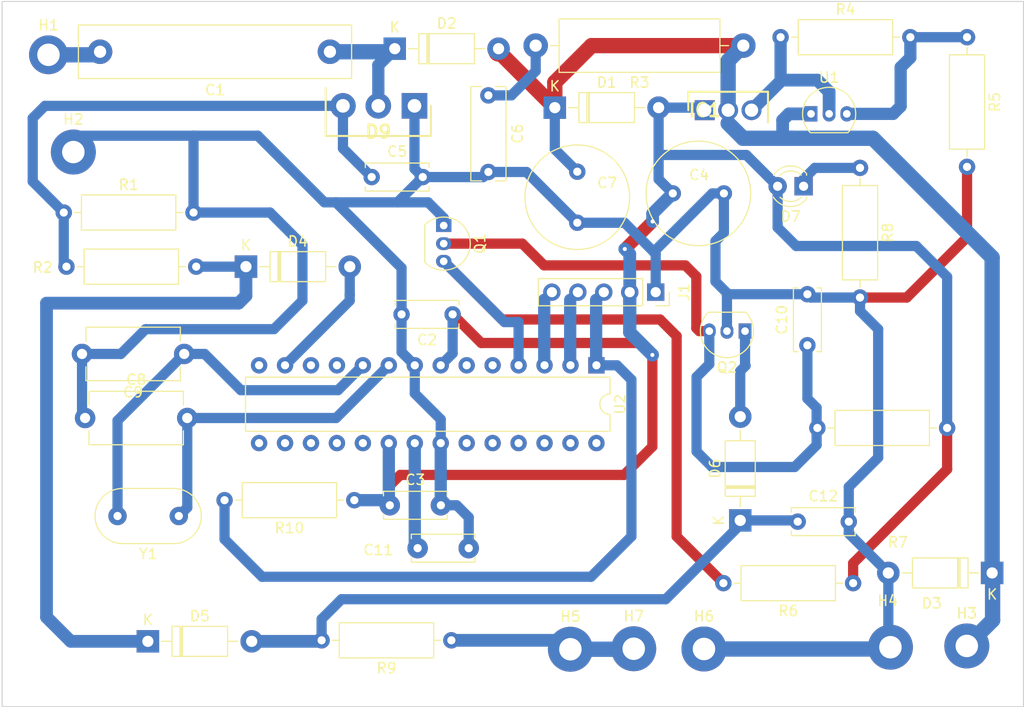
<source format=kicad_pcb>
(kicad_pcb (version 20211014) (generator pcbnew)
  (layers (0 "F.Cu" signal) (31 "B.Cu" signal) (34 "B.Paste" user) (35 "F.Paste" user) (36 "B.SilkS" user "B.Silkscreen") (37 "F.SilkS" user "F.Silkscreen") (38 "B.Mask" user) (39 "F.Mask" user) (44 "Edge.Cuts" user))
  (net 0 "")
  (net 1 "Net-(C1-Pad2)")
  (net 2 "+5 Volt")
  (net 3 "GND")
  (net 4 "Net-(C5-Pad1)")
  (net 5 "Net-(C6-Pad1)")
  (net 6 "Souce_coil")
  (net 7 "Net-(C8-Pad2)")
  (net 8 "Net-(C9-Pad1)")
  (net 9 "Net-(C10-Pad1)")
  (net 10 "Net-(C11-Pad1)")
  (net 11 "Net-(C12-Pad1)")
  (net 12 "SCR_gate")
  (net 13 "Net-(D4-Pad2)")
  (net 14 "Net-(D6-Pad2)")
  (net 15 "Net-(D7-Pad1)")
  (net 16 "Pickup_circuit")
  (net 17 "Net-(J1-Pad3)")
  (net 18 "Net-(R4-Pad2)")
  (net 19 "Net-(IC1-Pad3)")
  (net 20 "/RX")
  (net 21 "/TX")
  (net 38 "Net-(H5-Pad1)")
  (footprint "Package_DIP:DIP-28_W7.62mm" (layer "F.Cu") (at 134.675 88.1625 -90)
    (fp_text reference "U2" (at 3.81 -2.33 90) (layer "F.SilkS"))
    (fp_text value "ATmega328P-P")
    (pad "1" thru_hole rect (at 0 0 270) (size 1.6 1.6) (drill 0.8) (layers *.Cu *.Mask) (net 17 "Net-(J1-Pad3)"))
    (pad "2" thru_hole oval (at 0 2.54 270) (size 1.6 1.6) (drill 0.8) (layers *.Cu *.Mask) (net 20 "/RX"))
    (pad "3" thru_hole oval (at 0 5.08 270) (size 1.6 1.6) (drill 0.8) (layers *.Cu *.Mask) (net 21 "/TX"))
    (pad "4" thru_hole oval (at 0 7.62 270) (size 1.6 1.6) (drill 0.8) (layers *.Cu *.Mask) (net 16 "Pickup_circuit"))
    (pad "5" thru_hole oval (at 0 10.16 270) (size 1.6 1.6) (drill 0.8) (layers *.Cu *.Mask))
    (pad "6" thru_hole oval (at 0 12.7 270) (size 1.6 1.6) (drill 0.8) (layers *.Cu *.Mask))
    (pad "7" thru_hole oval (at 0 15.24 270) (size 1.6 1.6) (drill 0.8) (layers *.Cu *.Mask) (net 2 "+5 Volt"))
    (pad "8" thru_hole oval (at 0 17.78 270) (size 1.6 1.6) (drill 0.8) (layers *.Cu *.Mask) (net 3 "GND"))
    (pad "9" thru_hole oval (at 0 20.32 270) (size 1.6 1.6) (drill 0.8) (layers *.Cu *.Mask) (net 7 "Net-(C8-Pad2)"))
    (pad "10" thru_hole oval (at 0 22.86 270) (size 1.6 1.6) (drill 0.8) (layers *.Cu *.Mask) (net 8 "Net-(C9-Pad1)"))
    (pad "11" thru_hole oval (at 0 25.4 270) (size 1.6 1.6) (drill 0.8) (layers *.Cu *.Mask))
    (pad "12" thru_hole oval (at 0 27.94 270) (size 1.6 1.6) (drill 0.8) (layers *.Cu *.Mask))
    (pad "13" thru_hole oval (at 0 30.48 270) (size 1.6 1.6) (drill 0.8) (layers *.Cu *.Mask) (net 13 "Net-(D4-Pad2)"))
    (pad "14" thru_hole oval (at 0 33.02 270) (size 1.6 1.6) (drill 0.8) (layers *.Cu *.Mask))
    (pad "15" thru_hole oval (at 7.62 33.02 270) (size 1.6 1.6) (drill 0.8) (layers *.Cu *.Mask))
    (pad "16" thru_hole oval (at 7.62 30.48 270) (size 1.6 1.6) (drill 0.8) (layers *.Cu *.Mask))
    (pad "17" thru_hole oval (at 7.62 27.94 270) (size 1.6 1.6) (drill 0.8) (layers *.Cu *.Mask))
    (pad "18" thru_hole oval (at 7.62 25.4 270) (size 1.6 1.6) (drill 0.8) (layers *.Cu *.Mask))
    (pad "19" thru_hole oval (at 7.62 22.86 270) (size 1.6 1.6) (drill 0.8) (layers *.Cu *.Mask))
    (pad "20" thru_hole oval (at 7.62 20.32 270) (size 1.6 1.6) (drill 0.8) (layers *.Cu *.Mask) (net 2 "+5 Volt"))
    (pad "21" thru_hole oval (at 7.62 17.78 270) (size 1.6 1.6) (drill 0.8) (layers *.Cu *.Mask) (net 10 "Net-(C11-Pad1)"))
    (pad "22" thru_hole oval (at 7.62 15.24 270) (size 1.6 1.6) (drill 0.8) (layers *.Cu *.Mask) (net 3 "GND"))
    (pad "23" thru_hole oval (at 7.62 12.7 270) (size 1.6 1.6) (drill 0.8) (layers *.Cu *.Mask))
    (pad "24" thru_hole oval (at 7.62 10.16 270) (size 1.6 1.6) (drill 0.8) (layers *.Cu *.Mask))
    (pad "25" thru_hole oval (at 7.62 7.62 270) (size 1.6 1.6) (drill 0.8) (layers *.Cu *.Mask))
    (pad "26" thru_hole oval (at 7.62 5.08 270) (size 1.6 1.6) (drill 0.8) (layers *.Cu *.Mask))
    (pad "27" thru_hole oval (at 7.62 2.54 270) (size 1.6 1.6) (drill 0.8) (layers *.Cu *.Mask))
    (pad "28" thru_hole oval (at 7.62 0 270) (size 1.6 1.6) (drill 0.8) (layers *.Cu *.Mask))
  )
  (footprint "Resistor_THT:R_Axial_DIN0309_L9.0mm_D3.2mm_P12.70mm_Horizontal" (layer "F.Cu") (at 152.7 56.025)
    (fp_text reference "R4" (at 6.35 -2.72) (layer "F.SilkS"))
    (fp_text value "4k3 1 %")
    (pad "1" thru_hole circle (at 0 0) (size 1.6 1.6) (drill 0.8) (layers *.Cu *.Mask) (net 19 "Net-(IC1-Pad3)"))
    (pad "2" thru_hole oval (at 12.7 0) (size 1.6 1.6) (drill 0.8) (layers *.Cu *.Mask) (net 18 "Net-(R4-Pad2)"))
  )
  (footprint "Resistor_THT:R_Axial_DIN0309_L9.0mm_D3.2mm_P12.70mm_Horizontal" (layer "F.Cu") (at 110.975 101.375 180)
    (fp_text reference "R10" (at 6.35 -2.72) (layer "F.SilkS"))
    (fp_text value "10K")
    (pad "1" thru_hole circle (at 0 0 180) (size 1.6 1.6) (drill 0.8) (layers *.Cu *.Mask) (net 2 "+5 Volt"))
    (pad "2" thru_hole oval (at 12.7 0 180) (size 1.6 1.6) (drill 0.8) (layers *.Cu *.Mask) (net 17 "Net-(J1-Pad3)"))
  )
  (footprint "Diode_THT:D_DO-41_SOD81_P10.16mm_Horizontal" (layer "F.Cu") (at 148.75 103.355 90)
    (fp_text reference "D6" (at 5.08 -2.47 90) (layer "F.SilkS"))
    (fp_text value "IN4004")
    (fp_text user "K" (at 0 -2.1 90) (layer "F.SilkS"))
    (pad "1" thru_hole rect (at 0 0 90) (size 2.2 2.2) (drill 1.1) (layers *.Cu *.Mask) (net 11 "Net-(C12-Pad1)"))
    (pad "2" thru_hole oval (at 10.16 0 90) (size 2.2 2.2) (drill 1.1) (layers *.Cu *.Mask) (net 14 "Net-(D6-Pad2)"))
  )
  (footprint "Capacitor_THT:C_Disc_D6.0mm_W2.5mm_P5.00mm" (layer "F.Cu") (at 117.175 106.075)
    (fp_text reference "C11" (at -3.85 0.175) (layer "F.SilkS"))
    (fp_text value "0.1uF")
    (pad "1" thru_hole circle (at 0 0) (size 2 2) (drill 0.8) (layers *.Cu *.Mask) (net 10 "Net-(C11-Pad1)"))
    (pad "2" thru_hole circle (at 5 0) (size 2 2) (drill 0.8) (layers *.Cu *.Mask) (net 3 "GND"))
  )
  (footprint "Resistor_THT:R_Axial_DIN0516_L15.5mm_D5.0mm_P20.32mm_Horizontal" (layer "F.Cu") (at 149.05 56.85 180)
    (fp_text reference "R3" (at 10.16 -3.62 180) (layer "F.SilkS"))
    (fp_text value "27 1 watt")
    (pad "1" thru_hole circle (at 0 0 180) (size 2.4 2.4) (drill 1.2) (layers *.Cu *.Mask) (net 6 "Souce_coil"))
    (pad "2" thru_hole oval (at 20.32 0 180) (size 2.4 2.4) (drill 1.2) (layers *.Cu *.Mask) (net 5 "Net-(C6-Pad1)"))
  )
  (footprint "Capacitor_THT:C_Disc_D9.0mm_W5.0mm_P10.00mm" (layer "F.Cu") (at 84.625 93.325)
    (fp_text reference "C8" (at 5 -3.75) (layer "F.SilkS"))
    (fp_text value "22pF")
    (pad "1" thru_hole circle (at 0 0) (size 2 2) (drill 1) (layers *.Cu *.Mask) (net 3 "GND"))
    (pad "2" thru_hole circle (at 10 0) (size 2 2) (drill 1) (layers *.Cu *.Mask) (net 7 "Net-(C8-Pad2)"))
  )
  (footprint "Package_TO_SOT_THT:TO-92_Inline" (layer "F.Cu") (at 156.18 63.535)
    (fp_text reference "U1" (at 1.27 -3.56) (layer "F.SilkS"))
    (fp_text value "LR8N3-G")
    (pad "1" thru_hole rect (at -0.5 0) (size 1.25 1.5) (drill 0.75) (layers *.Cu *.Mask) (net 6 "Souce_coil"))
    (pad "2" thru_hole oval (at 1.27 0) (size 1.25 1.5) (drill 0.75) (layers *.Cu *.Mask) (net 19 "Net-(IC1-Pad3)"))
    (pad "3" thru_hole oval (at 3 0) (size 1.25 1.5) (drill 0.75) (layers *.Cu *.Mask) (net 18 "Net-(R4-Pad2)"))
  )
  (footprint "MountingHole:MountingHole_2.2mm_M2_Pad_TopBottom" (layer "F.Cu") (at 138.325 115.925)
    (fp_text reference "H7" (at 0 -3.2) (layer "F.SilkS"))
    (fp_text value "Kill Switch")
    (pad "1" connect circle (at 0 0) (size 4.4 4.4) (layers "B.Cu" "B.Mask") (net 38 "Net-(H5-Pad1)"))
    (pad "1" connect circle (at 0 0) (size 4.4 4.4) (layers "F.Cu" "F.Mask") (net 38 "Net-(H5-Pad1)"))
    (pad "1" thru_hole circle (at 0 0) (size 2.6 2.6) (drill 2.2) (layers *.Cu *.Mask) (net 38 "Net-(H5-Pad1)"))
  )
  (footprint "MountingHole:MountingHole_2.2mm_M2_Pad_TopBottom" (layer "F.Cu") (at 163.45 115.775)
    (fp_text reference "H4" (at -0.275 -4.55) (layer "F.SilkS"))
    (fp_text value "Source Coil -")
    (pad "1" connect circle (at 0 0) (size 4.4 4.4) (layers "B.Cu" "B.Mask") (net 3 "GND"))
    (pad "1" connect circle (at 0 0) (size 4.4 4.4) (layers "F.Cu" "F.Mask") (net 3 "GND"))
    (pad "1" thru_hole circle (at 0 0) (size 2.6 2.6) (drill 2.2) (layers *.Cu *.Mask) (net 3 "GND"))
  )
  (footprint "Capacitor_THT:C_Radial_D10.0mm_H12.5mm_P5.00mm" (layer "F.Cu") (at 132.8 69.2 -90)
    (fp_text reference "C7" (at 1.1 -2.925 180) (layer "F.SilkS"))
    (fp_text value "2.2uF 450v")
    (pad "1" thru_hole circle (at 0 0 270) (size 1.6 1.6) (drill 0.8) (layers *.Cu *.Mask) (net 6 "Souce_coil"))
    (pad "2" thru_hole circle (at 5 0 270) (size 1.6 1.6) (drill 0.8) (layers *.Cu *.Mask) (net 3 "GND"))
  )
  (footprint "MountingHole:MountingHole_2.2mm_M2_Pad_TopBottom" (layer "F.Cu") (at 132.125 115.975)
    (fp_text reference "H5" (at 0 -3.2) (layer "F.SilkS"))
    (fp_text value "Pickup Coil +")
    (pad "1" connect circle (at 0 0) (size 4.4 4.4) (layers "B.Cu" "B.Mask") (net 38 "Net-(H5-Pad1)"))
    (pad "1" thru_hole circle (at 0 0) (size 2.6 2.6) (drill 2.2) (layers *.Cu *.Mask) (net 38 "Net-(H5-Pad1)"))
    (pad "1" connect circle (at 0 0) (size 4.4 4.4) (layers "F.Cu" "F.Mask") (net 38 "Net-(H5-Pad1)"))
  )
  (footprint "Package_TO_SOT_THT:TO-92_Inline" (layer "F.Cu") (at 119.725 74.975 -90)
    (fp_text reference "Q1" (at 1.27 -3.56 90) (layer "F.SilkS"))
    (fp_text value "2N2222")
    (pad "1" thru_hole rect (at -0.5 0 270) (size 1.25 1.5) (drill 0.75) (layers *.Cu *.Mask) (net 3 "GND"))
    (pad "2" thru_hole oval (at 1.27 0 270) (size 1.25 1.5) (drill 0.75) (layers *.Cu *.Mask) (net 9 "Net-(C10-Pad1)"))
    (pad "3" thru_hole oval (at 3 0 270) (size 1.25 1.5) (drill 0.75) (layers *.Cu *.Mask) (net 16 "Pickup_circuit"))
  )
  (footprint "MountingHole:MountingHole_2.2mm_M2_Pad_TopBottom" (layer "F.Cu") (at 170.925 115.65)
    (fp_text reference "H3" (at 0 -3.2) (layer "F.SilkS"))
    (fp_text value "Source Coil +")
    (pad "1" thru_hole circle (at 0 0) (size 2.6 2.6) (drill 2.2) (layers *.Cu *.Mask) (net 6 "Souce_coil"))
    (pad "1" connect circle (at 0 0) (size 4.4 4.4) (layers "F.Cu" "F.Mask") (net 6 "Souce_coil"))
    (pad "1" connect circle (at 0 0) (size 4.4 4.4) (layers "B.Cu" "B.Mask") (net 6 "Souce_coil"))
  )
  (footprint "Diode_THT:D_DO-41_SOD81_P10.16mm_Horizontal" (layer "F.Cu") (at 100.37 78.5)
    (fp_text reference "D4" (at 5.08 -2.47) (layer "F.SilkS"))
    (fp_text value "IN4004")
    (fp_text user "K" (at 0 -2.1) (layer "F.SilkS"))
    (pad "1" thru_hole rect (at 0 0) (size 2.2 2.2) (drill 1.1) (layers *.Cu *.Mask) (net 12 "SCR_gate"))
    (pad "2" thru_hole oval (at 10.16 0) (size 2.2 2.2) (drill 1.1) (layers *.Cu *.Mask) (net 13 "Net-(D4-Pad2)"))
  )
  (footprint "Resistor_THT:R_Axial_DIN0309_L9.0mm_D3.2mm_P12.70mm_Horizontal" (layer "F.Cu") (at 82.8 78.5)
    (fp_text reference "R2" (at -2.325 0.075) (layer "F.SilkS"))
    (fp_text value "120")
    (pad "1" thru_hole circle (at 0 0) (size 1.6 1.6) (drill 0.8) (layers *.Cu *.Mask) (net 4 "Net-(C5-Pad1)"))
    (pad "2" thru_hole oval (at 12.7 0) (size 1.6 1.6) (drill 0.8) (layers *.Cu *.Mask) (net 12 "SCR_gate"))
  )
  (footprint "MountingHole:MountingHole_2.2mm_M2_ISO14580_Pad_TopBottom" (layer "F.Cu") (at 81.04 57.75)
    (fp_text reference "H1" (at 0 -2.9) (layer "F.SilkS"))
    (fp_text value "Coil + _Pad")
    (pad "1" thru_hole circle (at 0 0) (size 2.6 2.6) (drill 2.2) (layers *.Cu *.Mask) (net 1 "Net-(C1-Pad2)"))
    (pad "1" connect circle (at 0 0) (size 3.8 3.8) (layers "B.Cu" "B.Mask") (net 1 "Net-(C1-Pad2)"))
    (pad "1" connect circle (at 0 0) (size 3.8 3.8) (layers "F.Cu" "F.Mask") (net 1 "Net-(C1-Pad2)"))
  )
  (footprint "Capacitor_THT:C_Disc_D6.0mm_W2.5mm_P5.00mm" (layer "F.Cu") (at 114.45 101.875)
    (fp_text reference "C3" (at 2.5 -2.5) (layer "F.SilkS"))
    (fp_text value "100n")
    (pad "1" thru_hole circle (at 0 0) (size 2 2) (drill 0.8) (layers *.Cu *.Mask) (net 2 "+5 Volt"))
    (pad "2" thru_hole circle (at 5 0) (size 2 2) (drill 0.8) (layers *.Cu *.Mask) (net 3 "GND"))
  )
  (footprint "Capacitor_THT:C_Rect_L26.5mm_W5.0mm_P22.50mm_MKS4" (layer "F.Cu") (at 108.59 57.45 180)
    (fp_text reference "C1" (at 11.25 -3.75) (layer "F.SilkS"))
    (fp_text value "1.5u/400v")
    (pad "1" thru_hole circle (at 0 0 180) (size 2.4 2.4) (drill 1.2) (layers *.Cu *.Mask) (net 6 "Souce_coil"))
    (pad "2" thru_hole circle (at 22.5 0 180) (size 2.4 2.4) (drill 1.2) (layers *.Cu *.Mask) (net 1 "Net-(C1-Pad2)"))
  )
  (footprint "Capacitor_THT:C_Radial_D10.0mm_H16.0mm_P5.00mm" (layer "F.Cu") (at 142.15 71.325)
    (fp_text reference "C4" (at 2.575 -1.8) (layer "F.SilkS"))
    (fp_text value "470uF 16v")
    (pad "1" thru_hole circle (at 0 0) (size 1.6 1.6) (drill 0.8) (layers *.Cu *.Mask) (net 2 "+5 Volt"))
    (pad "2" thru_hole circle (at 5 0) (size 1.6 1.6) (drill 0.8) (layers *.Cu *.Mask) (net 3 "GND"))
  )
  (footprint "Capacitor_THT:C_Disc_D9.0mm_W5.0mm_P10.00mm" (layer "F.Cu") (at 94.325 87.05 180)
    (fp_text reference "C9" (at 5 -3.75 180) (layer "F.SilkS"))
    (fp_text value "22pF")
    (pad "1" thru_hole circle (at 0 0 180) (size 2 2) (drill 1) (layers *.Cu *.Mask) (net 8 "Net-(C9-Pad1)"))
    (pad "2" thru_hole circle (at 10 0 180) (size 2 2) (drill 1) (layers *.Cu *.Mask) (net 3 "GND"))
  )
  (footprint "Resistor_THT:R_Axial_DIN0309_L9.0mm_D3.2mm_P12.70mm_Horizontal" (layer "F.Cu") (at 169 94.3 180)
    (fp_text reference "R7" (at 4.825 -11.19) (layer "F.SilkS"))
    (fp_text value "10k")
    (pad "1" thru_hole circle (at 0 0 180) (size 1.6 1.6) (drill 0.8) (layers *.Cu *.Mask) (net 2 "+5 Volt"))
    (pad "2" thru_hole oval (at 12.7 0 180) (size 1.6 1.6) (drill 0.8) (layers *.Cu *.Mask) (net 9 "Net-(C10-Pad1)"))
  )
  (footprint "Resistor_THT:R_Axial_DIN0309_L9.0mm_D3.2mm_P12.70mm_Horizontal" (layer "F.Cu") (at 82.5375 73.2)
    (fp_text reference "R1" (at 6.35 -2.72) (layer "F.SilkS"))
    (fp_text value "1k")
    (pad "1" thru_hole circle (at 0 0) (size 1.6 1.6) (drill 0.8) (layers *.Cu *.Mask) (net 4 "Net-(C5-Pad1)"))
    (pad "2" thru_hole oval (at 12.7 0) (size 1.6 1.6) (drill 0.8) (layers *.Cu *.Mask) (net 3 "GND"))
  )
  (footprint "Resistor_THT:R_Axial_DIN0309_L9.0mm_D3.2mm_P12.70mm_Horizontal" (layer "F.Cu") (at 159.8 109.5 180)
    (fp_text reference "R6" (at 6.35 -2.72) (layer "F.SilkS"))
    (fp_text value "10k")
    (pad "1" thru_hole circle (at 0 0 180) (size 1.6 1.6) (drill 0.8) (layers *.Cu *.Mask) (net 2 "+5 Volt"))
    (pad "2" thru_hole oval (at 12.7 0 180) (size 1.6 1.6) (drill 0.8) (layers *.Cu *.Mask) (net 16 "Pickup_circuit"))
  )
  (footprint "Resistor_THT:R_Axial_DIN0309_L9.0mm_D3.2mm_P12.70mm_Horizontal" (layer "F.Cu") (at 160.475 68.825 -90)
    (fp_text reference "R8" (at 6.35 -2.72 90) (layer "F.SilkS"))
    (fp_text value "330")
    (pad "1" thru_hole circle (at 0 0 270) (size 1.6 1.6) (drill 0.8) (layers *.Cu *.Mask) (net 15 "Net-(D7-Pad1)"))
    (pad "2" thru_hole oval (at 12.7 0 270) (size 1.6 1.6) (drill 0.8) (layers *.Cu *.Mask) (net 3 "GND"))
  )
  (footprint "Package_TO_SOT_THT:TO-92_Inline" (layer "F.Cu") (at 148.72 84.815 180)
    (fp_text reference "Q2" (at 1.27 -3.56) (layer "F.SilkS"))
    (fp_text value "2N2222")
    (pad "1" thru_hole rect (at -0.5 0 180) (size 1.25 1.5) (drill 0.75) (layers *.Cu *.Mask) (net 14 "Net-(D6-Pad2)"))
    (pad "2" thru_hole oval (at 1.27 0 180) (size 1.25 1.5) (drill 0.75) (layers *.Cu *.Mask) (net 3 "GND"))
    (pad "3" thru_hole oval (at 3 0 180) (size 1.25 1.5) (drill 0.75) (layers *.Cu *.Mask) (net 9 "Net-(C10-Pad1)"))
  )
  (footprint "Diode_THT:D_DO-41_SOD81_P10.16mm_Horizontal" (layer "F.Cu") (at 90.77 115.2)
    (fp_text reference "D5" (at 5.08 -2.47) (layer "F.SilkS"))
    (fp_text value "IN4004")
    (fp_text user "K" (at 0 -2.1) (layer "F.SilkS"))
    (pad "1" thru_hole rect (at 0 0) (size 2.2 2.2) (drill 1.1) (layers *.Cu *.Mask) (net 12 "SCR_gate"))
    (pad "2" thru_hole oval (at 10.16 0) (size 2.2 2.2) (drill 1.1) (layers *.Cu *.Mask) (net 11 "Net-(C12-Pad1)"))
  )
  (footprint "Capacitor_THT:C_Rect_L9.0mm_W3.2mm_P7.50mm_MKT" (layer "F.Cu") (at 124.1 61.725 -90)
    (fp_text reference "C6" (at 3.75 -2.85 90) (layer "F.SilkS"))
    (fp_text value "33n/200v")
    (pad "1" thru_hole circle (at 0 0 270) (size 1.6 1.6) (drill 0.8) (layers *.Cu *.Mask) (net 5 "Net-(C6-Pad1)"))
    (pad "2" thru_hole circle (at 7.5 0 270) (size 1.6 1.6) (drill 0.8) (layers *.Cu *.Mask) (net 3 "GND"))
  )
  (footprint "Capacitor_THT:C_Disc_D6.0mm_W2.5mm_P5.00mm" (layer "F.Cu") (at 112.675 69.725)
    (fp_text reference "C5" (at 2.5 -2.5) (layer "F.SilkS"))
    (fp_text value "100n")
    (pad "1" thru_hole circle (at 0 0) (size 1.6 1.6) (drill 0.8) (layers *.Cu *.Mask) (net 4 "Net-(C5-Pad1)"))
    (pad "2" thru_hole circle (at 5 0) (size 1.6 1.6) (drill 0.8) (layers *.Cu *.Mask) (net 3 "GND"))
  )
  (footprint "ME340G:TO229P300X760X1364-3P" (layer "F.Cu") (at 145.275 63.175)
    (fp_text reference "IC1" (at 0 0) (layer "F.SilkS") (effects (font (size 1.27 1.27) (thickness 0.254))))
    (fp_text value "MJE340G" hide)
    (pad "1" thru_hole rect locked (at 0 0) (size 1.95 1.95) (drill 1.3) (layers *.Cu *.Mask) (net 2 "+5 Volt"))
    (pad "2" thru_hole circle locked (at 2.29 0) (size 1.95 1.95) (drill 1.3) (layers *.Cu *.Mask) (net 6 "Souce_coil"))
    (pad "3" thru_hole circle locked (at 4.58 0) (size 1.95 1.95) (drill 1.3) (layers *.Cu *.Mask) (net 19 "Net-(IC1-Pad3)"))
  )
  (footprint "Capacitor_THT:C_Disc_D6.0mm_W2.5mm_P5.00mm" (layer "F.Cu") (at 154.375 103.475)
    (fp_text reference "C12" (at 2.5 -2.5) (layer "F.SilkS"))
    (fp_text value "100n")
    (pad "1" thru_hole circle (at 0 0) (size 1.6 1.6) (drill 0.8) (layers *.Cu *.Mask) (net 11 "Net-(C12-Pad1)"))
    (pad "2" thru_hole circle (at 5 0) (size 1.6 1.6) (drill 0.8) (layers *.Cu *.Mask) (net 3 "GND"))
  )
  (footprint "Diode_THT:D_DO-41_SOD81_P10.16mm_Horizontal" (layer "F.Cu") (at 130.6 62.925)
    (fp_text reference "D1" (at 5.08 -2.47) (layer "F.SilkS"))
    (fp_text value "IN4004")
    (fp_text user "K" (at 0 -2.1) (layer "F.SilkS"))
    (pad "1" thru_hole rect (at 0 0) (size 2.2 2.2) (drill 1.1) (layers *.Cu *.Mask) (net 6 "Souce_coil"))
    (pad "2" thru_hole oval (at 10.16 0) (size 2.2 2.2) (drill 1.1) (layers *.Cu *.Mask) (net 2 "+5 Volt"))
  )
  (footprint "MountingHole:MountingHole_2.2mm_M2_Pad_TopBottom" (layer "F.Cu") (at 145.2 115.95)
    (fp_text reference "H6" (at 0 -3.2) (layer "F.SilkS"))
    (fp_text value "Pickup Coil -")
    (pad "1" connect circle (at 0 0) (size 4.4 4.4) (layers "F.Cu" "F.Mask") (net 3 "GND"))
    (pad "1" connect circle (at 0 0) (size 4.4 4.4) (layers "B.Cu" "B.Mask") (net 3 "GND"))
    (pad "1" thru_hole circle (at 0 0) (size 2.6 2.6) (drill 2.2) (layers *.Cu *.Mask) (net 3 "GND"))
  )
  (footprint "LED_THT:LED_D3.0mm" (layer "F.Cu") (at 154.95 70.625 180)
    (fp_text reference "D7" (at 1.27 -2.96) (layer "F.SilkS"))
    (fp_text value "LED")
    (pad "1" thru_hole rect (at 0 0 180) (size 1.8 1.8) (drill 0.9) (layers *.Cu *.Mask) (net 15 "Net-(D7-Pad1)"))
    (pad "2" thru_hole circle (at 2.54 0 180) (size 1.8 1.8) (drill 0.9) (layers *.Cu *.Mask) (net 2 "+5 Volt"))
  )
  (footprint "MountingHole:MountingHole_2.2mm_M2_Pad_TopBottom" (layer "F.Cu") (at 83.475 67.275)
    (fp_text reference "H2" (at 0 -3.2) (layer "F.SilkS"))
    (fp_text value "Coil Ground")
    (pad "1" connect circle (at 0 0) (size 4.4 4.4) (layers "F.Cu" "F.Mask") (net 3 "GND"))
    (pad "1" connect circle (at 0 0) (size 4.4 4.4) (layers "B.Cu" "B.Mask") (net 3 "GND"))
    (pad "1" thru_hole circle (at 0 0) (size 2.6 2.6) (drill 2.2) (layers *.Cu *.Mask) (net 3 "GND"))
  )
  (footprint "KiCad:TO254P470X1000X2000-3P" (layer "F.Cu") (at 115.865 62.75 180)
    (fp_text reference "D9" (at 2.54 -2.54 180) (layer "F.SilkS") (effects (font (size 1.27 1.27) (thickness 0.254))))
    (fp_text value "BT151-800R,127" hide)
    (pad "1" thru_hole rect (at -1 0 180) (size 2.5 2.5) (drill 1.34) (layers *.Cu *.Mask) (net 3 "GND"))
    (pad "2" thru_hole circle (at 2.54 0 180) (size 2.5 2.5) (drill 1.34) (layers *.Cu *.Mask) (net 6 "Souce_coil"))
    (pad "3" thru_hole circle (at 6 0 180) (size 2.5 2.5) (drill 1.34) (layers *.Cu *.Mask) (net 4 "Net-(C5-Pad1)"))
  )
  (footprint "Crystal:Resonator-2Pin_W10.0mm_H5.0mm" (layer "F.Cu") (at 93.3 102.925 180)
    (fp_text reference "Y1" (at 2.5 -3.7) (layer "F.SilkS"))
    (fp_text value "HC49S-16-30-50-70-30-ATF")
    (pad "1" thru_hole circle (at -0.5 0 180) (size 1.8 1.8) (drill 0.8) (layers *.Cu *.Mask) (net 7 "Net-(C8-Pad2)"))
    (pad "2" thru_hole circle (at 5.5 0 180) (size 1.8 1.8) (drill 0.8) (layers *.Cu *.Mask) (net 8 "Net-(C9-Pad1)"))
  )
  (footprint "Resistor_THT:R_Axial_DIN0309_L9.0mm_D3.2mm_P12.70mm_Horizontal" (layer "F.Cu") (at 120.475 115.1 180)
    (fp_text reference "R9" (at 6.35 -2.72) (layer "F.SilkS"))
    (fp_text value "560 2 watt")
    (pad "1" thru_hole circle (at 0 0 180) (size 1.6 1.6) (drill 0.8) (layers *.Cu *.Mask) (net 38 "Net-(H5-Pad1)"))
    (pad "2" thru_hole oval (at 12.7 0 180) (size 1.6 1.6) (drill 0.8) (layers *.Cu *.Mask) (net 11 "Net-(C12-Pad1)"))
  )
  (footprint "Connector_PinSocket_2.54mm:PinSocket_1x05_P2.54mm_Vertical" (layer "F.Cu") (at 140.475 81 -90)
    (fp_text reference "J1" (at 0 -2.77 90) (layer "F.SilkS"))
    (fp_text value "Conn_01x05_Female")
    (pad "1" thru_hole rect (at 0 0 270) (size 1.7 1.7) (drill 1) (layers *.Cu *.Mask) (net 3 "GND"))
    (pad "2" thru_hole oval (at 0 2.54 270) (size 1.7 1.7) (drill 1) (layers *.Cu *.Mask) (net 2 "+5 Volt"))
    (pad "3" thru_hole oval (at 0 5.08 270) (size 1.7 1.7) (drill 1) (layers *.Cu *.Mask) (net 17 "Net-(J1-Pad3)"))
    (pad "4" thru_hole oval (at 0 7.62 270) (size 1.7 1.7) (drill 1) (layers *.Cu *.Mask) (net 20 "/RX"))
    (pad "5" thru_hole oval (at 0 10.16 270) (size 1.7 1.7) (drill 1) (layers *.Cu *.Mask) (net 21 "/TX"))
  )
  (footprint "Capacitor_THT:C_Disc_D6.0mm_W2.5mm_P5.00mm" (layer "F.Cu") (at 155.325 86.2 90)
    (fp_text reference "C10" (at 2.5 -2.5 90) (layer "F.SilkS"))
    (fp_text value "10n")
    (pad "1" thru_hole circle (at 0 0 90) (size 1.6 1.6) (drill 0.8) (layers *.Cu *.Mask) (net 9 "Net-(C10-Pad1)"))
    (pad "2" thru_hole circle (at 5 0 90) (size 1.6 1.6) (drill 0.8) (layers *.Cu *.Mask) (net 3 "GND"))
  )
  (footprint "Diode_THT:D_DO-41_SOD81_P10.16mm_Horizontal" (layer "F.Cu") (at 114.935 57.15)
    (fp_text reference "D2" (at 5.08 -2.47) (layer "F.SilkS"))
    (fp_text value "1N4004")
    (fp_text user "K" (at 0 -2.1) (layer "F.SilkS"))
    (pad "1" thru_hole rect (at 0 0) (size 2.2 2.2) (drill 1.1) (layers *.Cu *.Mask) (net 6 "Souce_coil"))
    (pad "2" thru_hole oval (at 10.16 0) (size 2.2 2.2) (drill 1.1) (layers *.Cu *.Mask) (net 6 "Souce_coil"))
  )
  (footprint "Resistor_THT:R_Axial_DIN0309_L9.0mm_D3.2mm_P12.70mm_Horizontal" (layer "F.Cu") (at 170.95 56.025 -90)
    (fp_text reference "R5" (at 6.35 -2.72 90) (layer "F.SilkS"))
    (fp_text value "15k 1 %")
    (pad "1" thru_hole circle (at 0 0 270) (size 1.6 1.6) (drill 0.8) (layers *.Cu *.Mask) (net 18 "Net-(R4-Pad2)"))
    (pad "2" thru_hole oval (at 12.7 0 270) (size 1.6 1.6) (drill 0.8) (layers *.Cu *.Mask) (net 3 "GND"))
  )
  (footprint "Capacitor_THT:C_Disc_D6.0mm_W2.5mm_P5.00mm" (layer "F.Cu") (at 120.6 83.175 180)
    (fp_text reference "C2" (at 2.5 -2.5) (layer "F.SilkS"))
    (fp_text value "100n")
    (pad "1" thru_hole circle (at 0 0 180) (size 1.6 1.6) (drill 0.8) (layers *.Cu *.Mask) (net 2 "+5 Volt"))
    (pad "2" thru_hole circle (at 5 0 180) (size 1.6 1.6) (drill 0.8) (layers *.Cu *.Mask) (net 3 "GND"))
  )
  (footprint "Diode_THT:D_DO-41_SOD81_P10.16mm_Horizontal" (layer "F.Cu") (at 173.405 108.5 180)
    (fp_text reference "D3" (at 5.905 -2.975) (layer "F.SilkS"))
    (fp_text value "1N4004")
    (fp_text user "K" (at 0 -2.1) (layer "F.SilkS"))
    (pad "1" thru_hole rect (at 0 0 180) (size 2.2 2.2) (drill 1.1) (layers *.Cu *.Mask) (net 6 "Souce_coil"))
    (pad "2" thru_hole oval (at 10.16 0 180) (size 2.2 2.2) (drill 1.1) (layers *.Cu *.Mask) (net 3 "GND"))
  )
  (gr_rect (start 76.5 52.525) (end 176.475 121.6) (layer "Edge.Cuts") (width 0.1) (fill none))
  (segment (start 85.79 57.75) (end 86.09 57.45) (width 1) (layer "B.Cu") (net 1))
  (segment (start 81.04 57.75) (end 85.79 57.75) (width 1.5) (layer "B.Cu") (net 1))
  (segment (start 115.475 98.9) (end 114.45 99.925) (width 1) (layer "F.Cu") (net 2))
  (segment (start 137.475 76.775) (end 140.175 74.075) (width 1.25) (layer "F.Cu") (net 2))
  (segment (start 159.8 107.55) (end 169 98.35) (width 1) (layer "F.Cu") (net 2))
  (segment (start 123.4 85.975) (end 120.6 83.175) (width 1) (layer "F.Cu") (net 2))
  (segment (start 137.375 98.9) (end 115.475 98.9) (width 1) (layer "F.Cu") (net 2))
  (segment (start 140.15 96.125) (end 137.375 98.9) (width 1) (layer "F.Cu") (net 2))
  (segment (start 159.8 109.5) (end 159.8 107.55) (width 1) (layer "F.Cu") (net 2))
  (segment (start 140.15 87.15) (end 138.975 85.975) (width 1) (layer "F.Cu") (net 2))
  (segment (start 114.45 99.925) (end 114.45 101.875) (width 1) (layer "F.Cu") (net 2))
  (segment (start 169 98.35) (end 169 94.3) (width 1) (layer "F.Cu") (net 2))
  (segment (start 140.15 87.15) (end 140.15 96.125) (width 1) (layer "F.Cu") (net 2))
  (segment (start 138.975 85.975) (end 123.4 85.975) (width 1) (layer "F.Cu") (net 2))
  (via (at 137.45 76.775) (size 1.2) (drill 0.4) (layers "F.Cu" "B.Cu") (net 2))
  (via (at 140.15 87.15) (size 1.2) (drill 0.4) (layers "F.Cu" "B.Cu") (net 2))
  (via (at 140.175 74.075) (size 1.2) (drill 0.4) (layers "F.Cu" "B.Cu") (net 2))
  (segment (start 140.76 67.56) (end 149.345 67.56) (width 1) (layer "B.Cu") (net 2))
  (segment (start 145.025 62.925) (end 145.275 63.175) (width 1) (layer "B.Cu") (net 2))
  (segment (start 114.355 101.78) (end 114.45 101.875) (width 1) (layer "B.Cu") (net 2))
  (segment (start 137.935 77.26) (end 137.45 76.775) (width 1.25) (layer "B.Cu") (net 2))
  (segment (start 113.95 101.375) (end 114.45 101.875) (width 1) (layer "B.Cu") (net 2))
  (segment (start 169 79.5) (end 169 94.3) (width 1) (layer "B.Cu") (net 2))
  (segment (start 140.175 73.3) (end 142.15 71.325) (width 1.25) (layer "B.Cu") (net 2))
  (segment (start 152.41 74.66) (end 154.225 76.475) (width 1) (layer "B.Cu") (net 2))
  (segment (start 140.175 74.075) (end 140.175 73.3) (width 1.25) (layer "B.Cu") (net 2))
  (segment (start 120.6 83.175) (end 120.6 86.9975) (width 1) (layer "B.Cu") (net 2))
  (segment (start 154.225 76.475) (end 165.975 76.475) (width 1) (layer "B.Cu") (net 2))
  (segment (start 110.975 101.375) (end 113.95 101.375) (width 1.2) (layer "B.Cu") (net 2))
  (segment (start 140.76 67.56) (end 140.76 69.935) (width 1) (layer "B.Cu") (net 2))
  (segment (start 140.76 69.935) (end 142.15 71.325) (width 1) (layer "B.Cu") (net 2))
  (segment (start 140.76 62.925) (end 140.76 67.56) (width 1) (layer "B.Cu") (net 2))
  (segment (start 137.935 81) (end 137.935 84.935) (width 1.3) (layer "B.Cu") (net 2))
  (segment (start 140.76 62.925) (end 145.025 62.925) (width 1) (layer "B.Cu") (net 2))
  (segment (start 120.6 86.9975) (end 119.435 88.1625) (width 1) (layer "B.Cu") (net 2))
  (segment (start 137.935 84.935) (end 140.15 87.15) (width 1.3) (layer "B.Cu") (net 2))
  (segment (start 137.935 81) (end 137.935 77.26) (width 1.25) (layer "B.Cu") (net 2))
  (segment (start 114.355 95.7825) (end 114.355 101.78) (width 1.2) (layer "B.Cu") (net 2))
  (segment (start 149.345 67.56) (end 152.41 70.625) (width 1) (layer "B.Cu") (net 2))
  (segment (start 152.41 70.625) (end 152.41 74.66) (width 1) (layer "B.Cu") (net 2))
  (segment (start 165.975 76.475) (end 169 79.5) (width 1) (layer "B.Cu") (net 2))
  (segment (start 160.475 81.525) (end 165.05 81.525) (width 1) (layer "F.Cu") (net 3))
  (segment (start 170.95 75.625) (end 170.95 68.725) (width 1) (layer "F.Cu") (net 3))
  (segment (start 165.05 81.525) (end 170.95 75.625) (width 1) (layer "F.Cu") (net 3))
  (segment (start 159.375 103.475) (end 159.375 100.075) (width 1) (layer "B.Cu") (net 3))
  (segment (start 119.435 93.46) (end 119.435 95.7825) (width 1) (layer "B.Cu") (net 3))
  (segment (start 145.2 115.95) (end 163.275 115.95) (width 1.5) (layer "B.Cu") (net 3))
  (segment (start 147.575 81.2) (end 155.325 81.2) (width 1) (layer "B.Cu") (net 3))
  (segment (start 103.1 84.625) (end 105.9 81.825) (width 1) (layer "B.Cu") (net 3))
  (segment (start 160.475 81.525) (end 155.65 81.525) (width 1) (layer "B.Cu") (net 3))
  (segment (start 140.2875 77.05613) (end 140.475 77.24363) (width 1) (layer "B.Cu") (net 3))
  (segment (start 88.125 87.05) (end 90.55 84.625) (width 1) (layer "B.Cu") (net 3))
  (segment (start 132.8 74.2) (end 137.43137 74.2) (width 1) (layer "B.Cu") (net 3))
  (segment (start 95.25 65.675) (end 101.525 65.675) (width 1) (layer "B.Cu") (net 3))
  (segment (start 115.6 86.8675) (end 116.895 88.1625) (width 1) (layer "B.Cu") (net 3))
  (segment (start 105.9 76.375) (end 102.725 73.2) (width 1) (layer "B.Cu") (net 3))
  (segment (start 160.475 82.85) (end 160.475 81.525) (width 1) (layer "B.Cu") (net 3))
  (segment (start 146.325 79.95) (end 147.55 81.175) (width 1) (layer "B.Cu") (net 3))
  (segment (start 122.175 103.05) (end 122.175 106.075) (width 1) (layer "B.Cu") (net 3))
  (segment (start 163.275 115.95) (end 163.45 115.775) (width 1) (layer "B.Cu") (net 3))
  (segment (start 84.325 93.025) (end 84.625 93.325) (width 1) (layer "B.Cu") (net 3))
  (segment (start 102.725 73.2) (end 95.2375 73.2) (width 1) (layer "B.Cu") (net 3))
  (segment (start 116.895 90.92) (end 119.435 93.46) (width 1) (layer "B.Cu") (net 3))
  (segment (start 159.375 104.63) (end 163.245 108.5) (width 1) (layer "B.Cu") (net 3))
  (segment (start 84.325 87.05) (end 88.125 87.05) (width 1) (layer "B.Cu") (net 3))
  (segment (start 108.05 72.2) (end 109.175 72.2) (width 1) (layer "B.Cu") (net 3))
  (segment (start 115.6 78.625) (end 109.175 72.2) (width 1) (layer "B.Cu") (net 3))
  (segment (start 90.55 84.625) (end 103.1 84.625) (width 1) (layer "B.Cu") (net 3))
  (segment (start 95.2375 65.6875) (end 95.25 65.675) (width 1) (layer "B.Cu") (net 3))
  (segment (start 84.325 87.05) (end 84.325 93.025) (width 1) (layer "B.Cu") (net 3))
  (segment (start 105.9 81.825) (end 105.9 76.375) (width 1) (layer "B.Cu") (net 3))
  (segment (start 95.2375 73.2) (end 95.2375 65.6875) (width 1) (layer "B.Cu") (net 3))
  (segment (start 115.6 83.175) (end 115.6 86.8675) (width 1) (layer "B.Cu") (net 3))
  (segment (start 140.475 77.24363) (end 140.475 81) (width 1) (layer "B.Cu") (net 3))
  (segment (start 162.25 84.625) (end 160.475 82.85) (width 1) (layer "B.Cu") (net 3))
  (segment (start 162.25 97.2) (end 162.25 84.625) (width 1) (layer "B.Cu") (net 3))
  (segment (start 159.375 100.075) (end 162.25 97.2) (width 1) (layer "B.Cu") (net 3))
  (segment (start 127.825 69.225) (end 132.8 74.2) (width 1) (layer "B.Cu") (net 3))
  (segment (start 119.435 101.86) (end 119.45 101.875) (width 1) (layer "B.Cu") (net 3))
  (segment (start 117.675 69.725) (end 123.6 69.725) (width 1) (layer "B.Cu") (net 3))
  (segment (start 163.245 108.5) (end 163.245 115.57) (width 1) (layer "B.Cu") (net 3))
  (segment (start 147.15 75.175) (end 146.325 76) (width 1) (layer "B.Cu") (net 3))
  (segment (start 147.575 81.2) (end 147.55 81.175) (width 1) (layer "B.Cu") (net 3))
  (segment (start 124.1 69.225) (end 127.825 69.225) (width 1) (layer "B.Cu") (net 3))
  (segment (start 116.865 68.915) (end 117.675 69.725) (width 1) (layer "B.Cu") (net 3))
  (segment (start 163.245 115.57) (end 163.45 115.775) (width 1) (layer "B.Cu") (net 3))
  (segment (start 123.6 69.725) (end 124.1 69.225) (width 1) (layer "B.Cu") (net 3))
  (segment (start 147.15 71.325) (end 147.15 75.175) (width 1) (layer "B.Cu") (net 3))
  (segment (start 146.325 76) (end 146.325 79.95) (width 1) (layer "B.Cu") (net 3))
  (segment (start 155.65 81.525) (end 155.325 81.2) (width 1) (layer "B.Cu") (net 3))
  (segment (start 163.1 115.425) (end 163.45 115.775) (width 1) (layer "B.Cu") (net 3))
  (segment (start 115.2 72.2) (end 118.2 72.2) (width 1) (layer "B.Cu") (net 3))
  (segment (start 116.895 88.1625) (end 116.895 90.92) (width 1) (layer "B.Cu") (net 3))
  (segment (start 147.45 81.275) (end 147.45 84.815) (width 1) (layer "B.Cu") (net 3))
  (segment (start 121 101.875) (end 122.175 103.05) (width 1) (layer "B.Cu") (net 3))
  (segment (start 119.45 101.875) (end 121 101.875) (width 1) (layer "B.Cu") (net 3))
  (segment (start 101.525 65.675) (end 108.05 72.2) (width 1) (layer "B.Cu") (net 3))
  (segment (start 119.725 73.725) (end 119.725 74.475) (width 1) (layer "B.Cu") (net 3))
  (segment (start 159.375 103.475) (end 159.375 104.63) (width 1) (layer "B.Cu") (net 3))
  (segment (start 116.865 62.75) (end 116.865 68.915) (width 1) (layer "B.Cu") (net 3))
  (segment (start 146.01863 71.325) (end 147.15 71.325) (width 1) (layer "B.Cu") (net 3))
  (segment (start 140.2875 77.05613) (end 146.01863 71.325) (width 1) (layer "B.Cu") (net 3))
  (segment (start 84.275 65.675) (end 95.25 65.675) (width 1) (layer "B.Cu") (net 3))
  (segment (start 115.2 72.2) (end 117.675 69.725) (width 1) (layer "B.Cu") (net 3))
  (segment (start 147.55 81.175) (end 147.45 81.275) (width 1) (layer "B.Cu") (net 3))
  (segment (start 109.175 72.2) (end 115.2 72.2) (width 1) (layer "B.Cu") (net 3))
  (segment (start 137.43137 74.2) (end 140.2875 77.05613) (width 1) (layer "B.Cu") (net 3))
  (segment (start 115.6 83.175) (end 115.6 78.625) (width 1) (layer "B.Cu") (net 3))
  (segment (start 118.2 72.2) (end 119.725 73.725) (width 1) (layer "B.Cu") (net 3))
  (segment (start 119.435 95.7825) (end 119.435 101.86) (width 1.2) (layer "B.Cu") (net 3))
  (segment (start 79.5 63.95) (end 80.7 62.75) (width 1) (layer "B.Cu") (net 4))
  (segment (start 82.5375 78.2375) (end 82.8 78.5) (width 1) (layer "B.Cu") (net 4))
  (segment (start 109.865 66.915) (end 109.865 62.75) (width 1) (layer "B.Cu") (net 4))
  (segment (start 80.7 62.75) (end 109.865 62.75) (width 1) (layer "B.Cu") (net 4))
  (segment (start 112.675 69.725) (end 109.865 66.915) (width 1) (layer "B.Cu") (net 4))
  (segment (start 79.5 70.1625) (end 79.5 63.95) (width 1) (layer "B.Cu") (net 4))
  (segment (start 82.5375 73.2) (end 79.5 70.1625) (width 1) (layer "B.Cu") (net 4))
  (segment (start 82.5375 73.2) (end 82.5375 78.2375) (width 1) (layer "B.Cu") (net 4))
  (segment (start 128.73 59.345) (end 128.73 56.85) (width 1) (layer "B.Cu") (net 5))
  (segment (start 126.35 61.725) (end 128.73 59.345) (width 1) (layer "B.Cu") (net 5))
  (segment (start 124.1 61.725) (end 126.35 61.725) (width 1) (layer "B.Cu") (net 5))
  (segment (start 125.095 57.42) (end 130.6 62.925) (width 1.5) (layer "F.Cu") (net 6))
  (segment (start 130.6 60.45) (end 130.6 61.4) (width 1.5) (layer "F.Cu") (net 6))
  (segment (start 125.095 57.15) (end 125.095 57.42) (width 2) (layer "F.Cu") (net 6))
  (segment (start 130.6 61.4) (end 130.6 62.925) (width 1.5) (layer "F.Cu") (net 6))
  (segment (start 149.05 56.85) (end 134.2 56.85) (width 1.5) (layer "F.Cu") (net 6))
  (segment (start 134.2 56.85) (end 130.6 60.45) (width 1.5) (layer "F.Cu") (net 6))
  (segment (start 108.59 57.45) (end 114.635 57.45) (width 1.5) (layer "B.Cu") (net 6))
  (segment (start 173.405 77.605) (end 161.725 65.925) (width 1.5) (layer "B.Cu") (net 6))
  (segment (start 152.9 65.925) (end 153.79 65.925) (width 1.5) (layer "B.Cu") (net 6))
  (segment (start 130.6 67) (end 132.8 69.2) (width 1) (layer "B.Cu") (net 6))
  (segment (start 152.9 65.925) (end 152.9 64.15) (width 1.25) (layer "B.Cu") (net 6))
  (segment (start 173.45 108.545) (end 173.405 108.5) (width 1) (layer "B.Cu") (net 6))
  (segment (start 173.45 113.125) (end 173.45 108.545) (width 1.5) (layer "B.Cu") (net 6))
  (segment (start 149.025 65.925) (end 152.9 65.925) (width 1.5) (layer "B.Cu") (net 6))
  (segment (start 152.9 64.15) (end 153.515 63.535) (width 1.25) (layer "B.Cu") (net 6))
  (segment (start 147.565 64.465) (end 149.025 65.925) (width 1.5) (layer "B.Cu") (net 6))
  (segment (start 113.325 58.76) (end 114.935 57.15) (width 1.2) (layer "B.Cu") (net 6))
  (segment (start 153.79 65.925) (end 161.725 65.925) (width 1.5) (layer "B.Cu") (net 6))
  (segment (start 173.405 108.5) (end 173.405 77.605) (width 1.5) (layer "B.Cu") (net 6))
  (segment (start 147.565 58.335) (end 149.05 56.85) (width 1.5) (layer "B.Cu") (net 6))
  (segment (start 170.925 115.65) (end 173.45 113.125) (width 1.5) (layer "B.Cu") (net 6))
  (segment (start 130.6 62.925) (end 130.6 67) (width 1) (layer "B.Cu") (net 6))
  (segment (start 147.565 63.175) (end 147.565 64.465) (width 1) (layer "B.Cu") (net 6))
  (segment (start 113.325 62.75) (end 113.325 58.76) (width 1.2) (layer "B.Cu") (net 6))
  (segment (start 114.635 57.45) (end 114.935 57.15) (width 1) (layer "B.Cu") (net 6))
  (segment (start 147.565 63.175) (end 147.565 58.335) (width 1.5) (layer "B.Cu") (net 6))
  (segment (start 153.515 63.535) (end 155.68 63.535) (width 1.25) (layer "B.Cu") (net 6))
  (segment (start 109.1925 93.325) (end 114.355 88.1625) (width 1) (layer "B.Cu") (net 7))
  (segment (start 93.8 102.925) (end 94.625 102.1) (width 1) (layer "B.Cu") (net 7))
  (segment (start 94.625 93.325) (end 109.1925 93.325) (width 1) (layer "B.Cu") (net 7))
  (segment (start 94.625 102.1) (end 94.625 93.325) (width 1) (layer "B.Cu") (net 7))
  (segment (start 109.3775 90.6) (end 111.815 88.1625) (width 1) (layer "B.Cu") (net 8))
  (segment (start 99.875 90.6) (end 109.3775 90.6) (width 1) (layer "B.Cu") (net 8))
  (segment (start 94.325 87.05) (end 87.8 93.575) (width 1) (layer "B.Cu") (net 8))
  (segment (start 96.325 87.05) (end 99.875 90.6) (width 1) (layer "B.Cu") (net 8))
  (segment (start 87.8 93.575) (end 87.8 102.925) (width 1) (layer "B.Cu") (net 8))
  (segment (start 94.325 87.05) (end 96.325 87.05) (width 1) (layer "B.Cu") (net 8))
  (segment (start 144.45 84.525) (end 144.74 84.815) (width 1) (layer "F.Cu") (net 9))
  (segment (start 119.725 76.245) (end 127.42 76.245) (width 1) (layer "F.Cu") (net 9))
  (segment (start 127.42 76.245) (end 129.54952 78.37452) (width 1) (layer "F.Cu") (net 9))
  (segment (start 143.37452 78.37452) (end 144.45 79.45) (width 1) (layer "F.Cu") (net 9))
  (segment (start 144.74 84.815) (end 145.72 84.815) (width 1) (layer "F.Cu") (net 9))
  (segment (start 144.45 79.45) (end 144.45 84.525) (width 1) (layer "F.Cu") (net 9))
  (segment (start 129.54952 78.37452) (end 143.37452 78.37452) (width 1) (layer "F.Cu") (net 9))
  (segment (start 144.475 89.3) (end 145.72 88.055) (width 1) (layer "B.Cu") (net 9))
  (segment (start 144.475 89.3) (end 144.475 96.6) (width 1) (layer "B.Cu") (net 9))
  (segment (start 145.72 88.055) (end 145.72 84.815) (width 1) (layer "B.Cu") (net 9))
  (segment (start 146 98.125) (end 154.075 98.125) (width 1) (layer "B.Cu") (net 9))
  (segment (start 144.475 96.6) (end 146 98.125) (width 1) (layer "B.Cu") (net 9))
  (segment (start 154.075 98.125) (end 156.225 95.975) (width 1) (layer "B.Cu") (net 9))
  (segment (start 155.325 86.2) (end 155.325 91.425) (width 1) (layer "B.Cu") (net 9))
  (segment (start 155.325 91.425) (end 156.225 92.325) (width 1) (layer "B.Cu") (net 9))
  (segment (start 156.225 95.975) (end 156.225 92.325) (width 1) (layer "B.Cu") (net 9))
  (segment (start 116.895 95.7825) (end 116.895 105.795) (width 1.2) (layer "B.Cu") (net 10))
  (segment (start 116.895 105.795) (end 117.175 106.075) (width 1) (layer "B.Cu") (net 10))
  (segment (start 100.93 115.2) (end 107.675 115.2) (width 1.25) (layer "B.Cu") (net 11))
  (segment (start 107.775 115.1) (end 107.775 113.025) (width 1) (layer "B.Cu") (net 11))
  (segment (start 107.775 113.025) (end 109.725 111.075) (width 1) (layer "B.Cu") (net 11))
  (segment (start 148.75 103.77937) (end 148.75 103.355) (width 1) (layer "B.Cu") (net 11))
  (segment (start 107.675 115.2) (end 107.775 115.1) (width 1) (layer "B.Cu") (net 11))
  (segment (start 148.75 103.355) (end 154.255 103.355) (width 1) (layer "B.Cu") (net 11))
  (segment (start 141.45437 111.075) (end 148.75 103.77937) (width 1) (layer "B.Cu") (net 11))
  (segment (start 109.725 111.075) (end 141.45437 111.075) (width 1) (layer "B.Cu") (net 11))
  (segment (start 154.255 103.355) (end 154.375 103.475) (width 1) (layer "B.Cu") (net 11))
  (segment (start 95.5 78.5) (end 100.37 78.5) (width 1) (layer "B.Cu") (net 12))
  (segment (start 80.85 112.83) (end 81.235 113.215) (width 1.25) (layer "B.Cu") (net 12))
  (segment (start 90.77 115.2) (end 83.22 115.2) (width 1.25) (layer "B.Cu") (net 12))
  (segment (start 83.22 115.2) (end 81.235 113.215) (width 1.25) (layer "B.Cu") (net 12))
  (segment (start 81.235 113.215) (end 80.8 112.78) (width 1) (layer "B.Cu") (net 12))
  (segment (start 99.65 82.075) (end 80.85 82.075) (width 1.25) (layer "B.Cu") (net 12))
  (segment (start 100.37 78.5) (end 100.37 81.355) (width 1.25) (layer "B.Cu") (net 12))
  (segment (start 80.85 82.075) (end 80.85 112.83) (width 1.25) (layer "B.Cu") (net 12))
  (segment (start 100.37 81.355) (end 99.65 82.075) (width 1.25) (layer "B.Cu") (net 12))
  (segment (start 110.525 81.25) (end 110.53 81.245) (width 1) (layer "B.Cu") (net 13))
  (segment (start 110.525 81.8325) (end 110.525 81.25) (width 1) (layer "B.Cu") (net 13))
  (segment (start 104.195 88.1625) (end 110.525 81.8325) (width 1) (layer "B.Cu") (net 13))
  (segment (start 110.53 81.245) (end 110.53 78.5) (width 1) (layer "B.Cu") (net 13))
  (segment (start 149.275 88.2) (end 149.22 88.145) (width 1) (layer "B.Cu") (net 14))
  (segment (start 148.75 88.725) (end 149.275 88.2) (width 1) (layer "B.Cu") (net 14))
  (segment (start 149.22 88.145) (end 149.22 84.815) (width 1) (layer "B.Cu") (net 14))
  (segment (start 148.75 93.195) (end 148.75 88.725) (width 1) (layer "B.Cu") (net 14))
  (segment (start 154.95 70.625) (end 154.95 69.925) (width 1) (layer "B.Cu") (net 15))
  (segment (start 154.95 69.925) (end 156.05 68.825) (width 1) (layer "B.Cu") (net 15))
  (segment (start 156.05 68.825) (end 160.475 68.825) (width 1) (layer "B.Cu") (net 15))
  (segment (start 140.9 83.675) (end 142.525 85.3) (width 1) (layer "F.Cu") (net 16))
  (segment (start 142.525 104.925) (end 147.1 109.5) (width 1) (layer "F.Cu") (net 16))
  (segment (start 119.725 77.975) (end 125.425 83.675) (width 1) (layer "F.Cu") (net 16))
  (segment (start 142.525 85.3) (end 142.525 104.925) (width 1) (layer "F.Cu") (net 16))
  (segment (start 125.425 83.675) (end 140.9 83.675) (width 1) (layer "F.Cu") (net 16))
  (segment (start 127.055 88.1625) (end 127.055 83.93) (width 1) (layer "B.Cu") (net 16))
  (segment (start 119.725 77.975) (end 125.68 83.93) (width 1) (layer "B.Cu") (net 16))
  (segment (start 125.68 83.93) (end 127.055 83.93) (width 1) (layer "B.Cu") (net 16))
  (segment (start 136.6875 88.1625) (end 134.675 88.1625) (width 1) (layer "B.Cu") (net 17))
  (segment (start 98.275 105.2) (end 101.95 108.875) (width 1) (layer "B.Cu") (net 17))
  (segment (start 134.645 88.1325) (end 134.645 81.75) (width 1.2) (layer "B.Cu") (net 17))
  (segment (start 134.645 81.75) (end 135.395 81) (width 1) (layer "B.Cu") (net 17))
  (segment (start 134.15 108.875) (end 138.1 104.925) (width 1) (layer "B.Cu") (net 17))
  (segment (start 138.1 104.925) (end 138.1 89.575) (width 1) (layer "B.Cu") (net 17))
  (segment (start 138.1 89.575) (end 136.6875 88.1625) (width 1) (layer "B.Cu") (net 17))
  (segment (start 98.275 101.375) (end 98.275 105.2) (width 1) (layer "B.Cu") (net 17))
  (segment (start 101.95 108.875) (end 134.15 108.875) (width 1) (layer "B.Cu") (net 17))
  (segment (start 134.675 88.1625) (end 134.645 88.1325) (width 1) (layer "B.Cu") (net 17))
  (segment (start 164.45 62.8) (end 163.715 63.535) (width 1.2) (layer "B.Cu") (net 18))
  (segment (start 163.715 63.535) (end 159.18 63.535) (width 1.2) (layer "B.Cu") (net 18))
  (segment (start 165.4 56.025) (end 170.95 56.025) (width 1) (layer "B.Cu") (net 18))
  (segment (start 164.45 58.975) (end 164.45 62.8) (width 1.2) (layer "B.Cu") (net 18))
  (segment (start 165.4 58.025) (end 165.4 56.025) (width 1.2) (layer "B.Cu") (net 18))
  (segment (start 165.4 58.025) (end 164.45 58.975) (width 1.2) (layer "B.Cu") (net 18))
  (segment (start 156.305 60.23) (end 157.45 61.375) (width 1.25) (layer "B.Cu") (net 19))
  (segment (start 152.8 60.23) (end 152.7 60.13) (width 1) (layer "B.Cu") (net 19))
  (segment (start 152.8 60.23) (end 156.305 60.23) (width 1.25) (layer "B.Cu") (net 19))
  (segment (start 152.7 60.13) (end 152.7 56.025) (width 1.2) (layer "B.Cu") (net 19))
  (segment (start 157.45 61.375) (end 157.45 63.535) (width 1.25) (layer "B.Cu") (net 19))
  (segment (start 149.855 63.175) (end 152.8 60.23) (width 1.25) (layer "B.Cu") (net 19))
  (segment (start 132.105 88.1325) (end 132.105 81.75) (width 1.2) (layer "B.Cu") (net 20))
  (segment (start 132.135 88.1625) (end 132.105 88.1325) (width 1) (layer "B.Cu") (net 20))
  (segment (start 132.105 81.75) (end 132.855 81) (width 1) (layer "B.Cu") (net 20))
  (segment (start 129.565 88.1325) (end 129.565 81.75) (width 1.2) (layer "B.Cu") (net 21))
  (segment (start 129.565 81.75) (end 130.315 81) (width 1) (layer "B.Cu") (net 21))
  (segment (start 129.595 88.1625) (end 129.565 88.1325) (width 1) (layer "B.Cu") (net 21))
  (segment (start 131.25 115.1) (end 132.125 115.975) (width 1) (layer "B.Cu") (net 38))
  (segment (start 131.75 115.1) (end 132.2 115.55) (width 1) (layer "B.Cu") (net 38))
  (segment (start 132.125 115.975) (end 138.275 115.975) (width 1.5) (layer "B.Cu") (net 38))
  (segment (start 120.475 115.1) (end 131.25 115.1) (width 1.25) (layer "B.Cu") (net 38))
  (segment (start 138.025 115.975) (end 138.325 115.675) (width 1) (layer "B.Cu") (net 38))
  (segment (start 138.275 115.975) (end 138.325 115.925) (width 1) (layer "B.Cu") (net 38))
)
</source>
